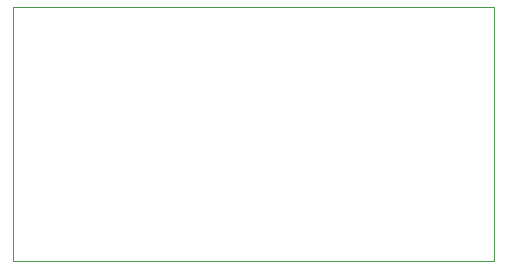
<source format=gbr>
%TF.GenerationSoftware,KiCad,Pcbnew,(7.0.0)*%
%TF.CreationDate,2023-02-28T13:13:19+01:00*%
%TF.ProjectId,breakout-board-attiny,62726561-6b6f-4757-942d-626f6172642d,rev?*%
%TF.SameCoordinates,Original*%
%TF.FileFunction,Profile,NP*%
%FSLAX46Y46*%
G04 Gerber Fmt 4.6, Leading zero omitted, Abs format (unit mm)*
G04 Created by KiCad (PCBNEW (7.0.0)) date 2023-02-28 13:13:19*
%MOMM*%
%LPD*%
G01*
G04 APERTURE LIST*
%TA.AperFunction,Profile*%
%ADD10C,0.100000*%
%TD*%
G04 APERTURE END LIST*
D10*
X116752000Y-95000000D02*
X157524000Y-95000000D01*
X157524000Y-95000000D02*
X157524000Y-116500000D01*
X157524000Y-116500000D02*
X116752000Y-116500000D01*
X116752000Y-116500000D02*
X116752000Y-95000000D01*
M02*

</source>
